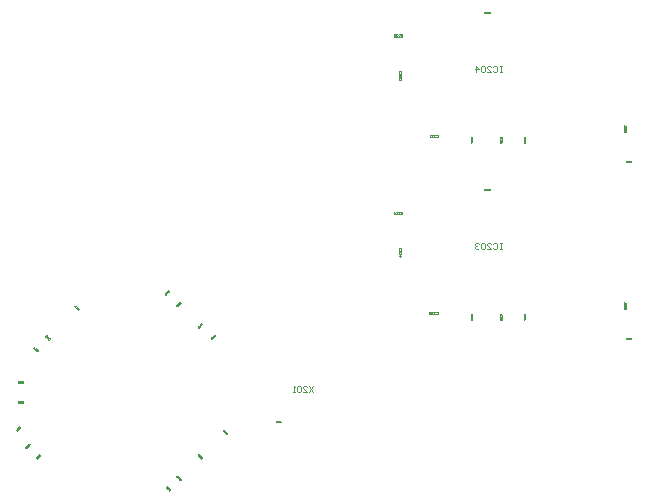
<source format=gbr>
%TF.GenerationSoftware,Altium Limited,Altium Designer,22.1.2 (22)*%
G04 Layer_Color=32896*
%FSLAX26Y26*%
%MOIN*%
%TF.SameCoordinates,4DF63D30-2817-4CE9-9CB3-8786E99D956B*%
%TF.FilePolarity,Positive*%
%TF.FileFunction,Other,Bottom_Value*%
%TF.Part,Single*%
G01*
G75*
%TA.AperFunction,NonConductor*%
%ADD97C,0.001000*%
D97*
X5216535Y2972434D02*
X5209976D01*
X5213256D01*
Y2952756D01*
X5216535D01*
X5209976D01*
X5187017Y2969155D02*
X5190297Y2972434D01*
X5196857D01*
X5200136Y2969155D01*
Y2956036D01*
X5196857Y2952756D01*
X5190297D01*
X5187017Y2956036D01*
X5167339Y2952756D02*
X5180458D01*
X5167339Y2965875D01*
Y2969155D01*
X5170619Y2972434D01*
X5177178D01*
X5180458Y2969155D01*
X5160779D02*
X5157499Y2972434D01*
X5150940D01*
X5147660Y2969155D01*
Y2956036D01*
X5150940Y2952756D01*
X5157499D01*
X5160779Y2956036D01*
Y2969155D01*
X5131261Y2952756D02*
Y2972434D01*
X5141101Y2962595D01*
X5127982D01*
X5624923Y2775590D02*
Y2772258D01*
Y2773924D01*
X5629921D01*
Y2770592D02*
X5624923D01*
Y2768093D01*
X5625756Y2767260D01*
X5627422D01*
X5628255Y2768093D01*
Y2770592D01*
Y2768926D02*
X5629921Y2767260D01*
Y2762261D02*
Y2765594D01*
X5626589Y2762261D01*
X5625756D01*
X5624923Y2763095D01*
Y2764761D01*
X5625756Y2765594D01*
Y2760595D02*
X5624923Y2759762D01*
Y2758096D01*
X5625756Y2757263D01*
X5629088D01*
X5629921Y2758096D01*
Y2759762D01*
X5629088Y2760595D01*
X5625756D01*
Y2755597D02*
X5624923Y2754764D01*
Y2753098D01*
X5625756Y2752265D01*
X5626589D01*
X5627422Y2753098D01*
Y2753931D01*
Y2753098D01*
X5628255Y2752265D01*
X5629088D01*
X5629921Y2753098D01*
Y2754764D01*
X5629088Y2755597D01*
X4998689Y2742780D02*
X5000001Y2744092D01*
X5002625D01*
X5003937Y2742780D01*
Y2737532D01*
X5002625Y2736220D01*
X5000001D01*
X4998689Y2737532D01*
X4990818Y2736220D02*
X4996065D01*
X4990818Y2741468D01*
Y2742780D01*
X4992130Y2744092D01*
X4994754D01*
X4996065Y2742780D01*
X4988194D02*
X4986882Y2744092D01*
X4984258D01*
X4982946Y2742780D01*
Y2741468D01*
X4984258Y2740156D01*
X4985570D01*
X4984258D01*
X4982946Y2738844D01*
Y2737532D01*
X4984258Y2736220D01*
X4986882D01*
X4988194Y2737532D01*
X4980323Y2736220D02*
X4977699D01*
X4979011D01*
Y2744092D01*
X4980323Y2742780D01*
X4586614Y1905505D02*
X4573495Y1885827D01*
Y1905505D02*
X4586614Y1885827D01*
X4553816D02*
X4566936D01*
X4553816Y1898946D01*
Y1902226D01*
X4557096Y1905505D01*
X4563656D01*
X4566936Y1902226D01*
X4547257D02*
X4543977Y1905505D01*
X4537418D01*
X4534138Y1902226D01*
Y1889107D01*
X4537418Y1885827D01*
X4543977D01*
X4547257Y1889107D01*
Y1902226D01*
X4527578Y1885827D02*
X4521019D01*
X4524299D01*
Y1905505D01*
X4527578Y1902226D01*
X3607043Y1770414D02*
Y1771592D01*
X3608221Y1772770D01*
X3609399D01*
X3611756Y1770414D01*
Y1769236D01*
X3610577Y1768058D01*
X3609399D01*
X3606454Y1763934D02*
X3608810Y1766291D01*
X3604098D01*
X3603509Y1766880D01*
Y1768058D01*
X3604687Y1769236D01*
X3605865D01*
X3602331Y1765701D02*
X3601152D01*
X3599974Y1764523D01*
Y1763345D01*
X3602330Y1760989D01*
X3603509D01*
X3604687Y1762167D01*
Y1763345D01*
X3602331Y1765701D01*
X3599974Y1757455D02*
X3596440Y1760989D01*
X3599974D01*
X3597618Y1758633D01*
X4135098Y1603106D02*
X4133920D01*
X4132742Y1604284D01*
Y1605462D01*
X4135098Y1607819D01*
X4136276D01*
X4137454Y1606640D01*
Y1605462D01*
X4141578Y1602517D02*
X4139221Y1604873D01*
Y1600161D01*
X4138632Y1599572D01*
X4137454D01*
X4136276Y1600750D01*
Y1601928D01*
X4139810Y1598393D02*
Y1597215D01*
X4140989Y1596037D01*
X4142167D01*
X4144523Y1598393D01*
Y1599572D01*
X4143345Y1600750D01*
X4142167D01*
X4139810Y1598393D01*
X4145112Y1591914D02*
X4142756Y1594270D01*
X4144523Y1596037D01*
X4145112Y1594270D01*
X4145701Y1593681D01*
X4146879D01*
X4148057Y1594859D01*
Y1596037D01*
X4146879Y1597215D01*
X4145701D01*
X4288641Y1756649D02*
X4287463D01*
X4286285Y1757827D01*
Y1759006D01*
X4288641Y1761362D01*
X4289819D01*
X4290997Y1760184D01*
Y1759005D01*
X4295121Y1756060D02*
X4292765Y1758417D01*
Y1753704D01*
X4292176Y1753115D01*
X4290997D01*
X4289819Y1754293D01*
Y1755471D01*
X4293354Y1751937D02*
Y1750759D01*
X4294532Y1749581D01*
X4295710D01*
X4298066Y1751937D01*
Y1753115D01*
X4296888Y1754293D01*
X4295710D01*
X4293354Y1751937D01*
X4298655Y1745457D02*
X4298066Y1747224D01*
Y1749581D01*
X4299244Y1750759D01*
X4300422D01*
X4301601Y1749581D01*
Y1748402D01*
X4301012Y1747813D01*
X4299833D01*
X4298066Y1749581D01*
X4251225Y2064232D02*
Y2063054D01*
X4250047Y2061876D01*
X4248868D01*
X4246512Y2064232D01*
Y2065410D01*
X4247690Y2066588D01*
X4248868D01*
X4251814Y2070711D02*
X4249458Y2068355D01*
X4254170D01*
X4254759Y2067766D01*
Y2066588D01*
X4253581Y2065410D01*
X4252403D01*
X4255937Y2068944D02*
X4257115D01*
X4258293Y2070122D01*
Y2071301D01*
X4255937Y2073657D01*
X4254759D01*
X4253581Y2072479D01*
Y2071300D01*
X4255937Y2068944D01*
X4259472Y2072479D02*
X4260650D01*
X4261828Y2073657D01*
Y2074835D01*
X4261239Y2075424D01*
X4260061D01*
Y2076602D01*
X4259472Y2077191D01*
X4258293D01*
X4257115Y2076013D01*
Y2074835D01*
X4257704Y2074246D01*
X4258883D01*
Y2073068D01*
X4259472Y2072479D01*
X4258883Y2074246D02*
X4260061Y2075424D01*
X4207918Y2103602D02*
Y2102424D01*
X4206739Y2101245D01*
X4205561D01*
X4203205Y2103602D01*
Y2104780D01*
X4204383Y2105958D01*
X4205561D01*
X4208507Y2110081D02*
X4206150Y2107725D01*
X4210863D01*
X4211452Y2107136D01*
Y2105958D01*
X4210274Y2104780D01*
X4209096D01*
X4212630Y2108314D02*
X4213808D01*
X4214986Y2109492D01*
Y2110671D01*
X4212630Y2113027D01*
X4211452D01*
X4210274Y2111849D01*
Y2110671D01*
X4212630Y2108314D01*
X4213808Y2114205D02*
Y2115383D01*
X4214986Y2116561D01*
X4216165D01*
X4218521Y2114205D01*
Y2113027D01*
X4217343Y2111849D01*
X4216164D01*
X4215575Y2112438D01*
Y2113616D01*
X4217343Y2115383D01*
X4137051Y2174468D02*
Y2173290D01*
X4135873Y2172112D01*
X4134695D01*
X4132339Y2174468D01*
Y2175646D01*
X4133517Y2176824D01*
X4134695D01*
X4137641Y2180948D02*
X4135284Y2178591D01*
X4139997D01*
X4140586Y2178002D01*
Y2176824D01*
X4139408Y2175646D01*
X4138230D01*
X4138819Y2182126D02*
X4139997Y2183304D01*
X4139408Y2182715D01*
X4142942Y2179180D01*
X4141764D01*
X4144709Y2182126D02*
X4145887D01*
X4147066Y2183304D01*
Y2184482D01*
X4144709Y2186838D01*
X4143531D01*
X4142353Y2185660D01*
Y2184482D01*
X4144709Y2182126D01*
X4097681Y2213838D02*
Y2212660D01*
X4096503Y2211482D01*
X4095325D01*
X4092969Y2213838D01*
Y2215016D01*
X4094147Y2216194D01*
X4095325D01*
X4098270Y2220318D02*
X4095914Y2217961D01*
X4100627D01*
X4101216Y2217372D01*
Y2216194D01*
X4100038Y2215016D01*
X4098859D01*
X4099449Y2221496D02*
X4100627Y2222674D01*
X4100038Y2222085D01*
X4103572Y2218551D01*
X4102394D01*
Y2224441D02*
X4103572Y2225619D01*
X4102983Y2225030D01*
X4106517Y2221496D01*
X4105339D01*
X3805847Y2164610D02*
X3807025D01*
X3808203Y2163432D01*
Y2162254D01*
X3805847Y2159898D01*
X3804669D01*
X3803491Y2161076D01*
Y2162254D01*
X3799367Y2165200D02*
X3801724Y2162843D01*
Y2167556D01*
X3802313Y2168145D01*
X3803491D01*
X3804669Y2166967D01*
Y2165789D01*
X3798189Y2166378D02*
X3797011Y2167556D01*
X3797600Y2166967D01*
X3801135Y2170501D01*
Y2169323D01*
X3792888Y2171679D02*
X3795244Y2169323D01*
Y2174036D01*
X3795833Y2174625D01*
X3797011D01*
X3798189Y2173447D01*
Y2172268D01*
X3707422Y2066185D02*
X3708600D01*
X3709778Y2065007D01*
Y2063829D01*
X3707422Y2061473D01*
X3706244D01*
X3705066Y2062651D01*
Y2063829D01*
X3700942Y2066774D02*
X3703298Y2064418D01*
Y2069131D01*
X3703887Y2069720D01*
X3705066D01*
X3706244Y2068542D01*
Y2067363D01*
X3699764Y2067952D02*
X3698586Y2069131D01*
X3699175Y2068542D01*
X3702709Y2072076D01*
Y2070898D01*
X3699764Y2073843D02*
Y2075021D01*
X3698586Y2076199D01*
X3697408D01*
X3696819Y2075610D01*
Y2074432D01*
X3697408Y2073843D01*
X3696819Y2074432D01*
X3695640D01*
X3695052Y2073843D01*
Y2072665D01*
X3696230Y2071487D01*
X3697408D01*
X3668052Y2026815D02*
X3669230D01*
X3670408Y2025637D01*
Y2024459D01*
X3668052Y2022103D01*
X3666874D01*
X3665695Y2023281D01*
Y2024459D01*
X3661572Y2027404D02*
X3663928Y2025048D01*
Y2029761D01*
X3664517Y2030350D01*
X3665695D01*
X3666874Y2029172D01*
Y2027993D01*
X3660394Y2028582D02*
X3659216Y2029761D01*
X3659805Y2029172D01*
X3663339Y2032706D01*
Y2031528D01*
X3655681Y2033295D02*
X3659216Y2036829D01*
Y2033295D01*
X3656860Y2035651D01*
X4205964Y1673972D02*
X4204786D01*
X4203608Y1675150D01*
Y1676328D01*
X4205964Y1678685D01*
X4207142D01*
X4208320Y1677506D01*
Y1676328D01*
X4212444Y1673383D02*
X4210087Y1675739D01*
Y1671027D01*
X4209498Y1670438D01*
X4208320D01*
X4207142Y1671616D01*
Y1672794D01*
X4213622Y1672205D02*
X4214800Y1671027D01*
X4214211Y1671616D01*
X4210676Y1668081D01*
Y1669260D01*
X4215389Y1663369D02*
X4213033Y1665725D01*
X4214800Y1667492D01*
X4215389Y1665725D01*
X4215978Y1665136D01*
X4217156D01*
X4218334Y1666314D01*
Y1667492D01*
X4217156Y1668670D01*
X4215978D01*
X4099665Y1567673D02*
X4098487D01*
X4097309Y1568851D01*
Y1570029D01*
X4099665Y1572385D01*
X4100843D01*
X4102021Y1571207D01*
Y1570029D01*
X4106145Y1567084D02*
X4103788Y1569440D01*
Y1564727D01*
X4103199Y1564139D01*
X4102021D01*
X4100843Y1565317D01*
Y1566495D01*
X4107323Y1565906D02*
X4108501Y1564728D01*
X4107912Y1565317D01*
X4104377Y1561782D01*
Y1562960D01*
X4109090Y1557070D02*
X4108501Y1558837D01*
Y1561193D01*
X4109679Y1562371D01*
X4110857D01*
X4112035Y1561193D01*
Y1560015D01*
X4111446Y1559426D01*
X4110268D01*
X4108501Y1561193D01*
X4467899Y1787173D02*
X4467066Y1786340D01*
X4465400D01*
X4464567Y1787173D01*
Y1790505D01*
X4465400Y1791339D01*
X4467066D01*
X4467899Y1790505D01*
X4472898Y1791339D02*
X4469565D01*
X4472898Y1788006D01*
Y1787173D01*
X4472065Y1786340D01*
X4470399D01*
X4469565Y1787173D01*
X4474564Y1791339D02*
X4476230D01*
X4475397D01*
Y1786340D01*
X4474564Y1787173D01*
X4478729Y1786340D02*
X4482061D01*
Y1787173D01*
X4478729Y1790505D01*
Y1791339D01*
X4875330Y2360894D02*
X4874018Y2362206D01*
Y2364830D01*
X4875330Y2366142D01*
X4880578D01*
X4881890Y2364830D01*
Y2362206D01*
X4880578Y2360894D01*
X4881890Y2353023D02*
Y2358270D01*
X4876642Y2353023D01*
X4875330D01*
X4874018Y2354334D01*
Y2356958D01*
X4875330Y2358270D01*
X4881890Y2345151D02*
Y2350399D01*
X4876642Y2345151D01*
X4875330D01*
X4874018Y2346463D01*
Y2349087D01*
X4875330Y2350399D01*
X4881890Y2338591D02*
X4874018D01*
X4877954Y2342527D01*
Y2337280D01*
X4998689Y2152229D02*
X5000001Y2153541D01*
X5002625D01*
X5003937Y2152229D01*
Y2146981D01*
X5002625Y2145669D01*
X5000001D01*
X4998689Y2146981D01*
X4990818Y2145669D02*
X4996065D01*
X4990818Y2150917D01*
Y2152229D01*
X4992130Y2153541D01*
X4994754D01*
X4996065Y2152229D01*
X4982946Y2145669D02*
X4988194D01*
X4982946Y2150917D01*
Y2152229D01*
X4984258Y2153541D01*
X4986882D01*
X4988194Y2152229D01*
X4975075Y2153541D02*
X4980323D01*
Y2149605D01*
X4977699Y2150917D01*
X4976387D01*
X4975075Y2149605D01*
Y2146981D01*
X4976387Y2145669D01*
X4979011D01*
X4980323Y2146981D01*
X4880579Y2486874D02*
X4881891Y2488186D01*
X4884515D01*
X4885827Y2486874D01*
Y2481627D01*
X4884515Y2480315D01*
X4881891D01*
X4880579Y2481627D01*
X4872708Y2480315D02*
X4877955D01*
X4872708Y2485562D01*
Y2486874D01*
X4874020Y2488186D01*
X4876643D01*
X4877955Y2486874D01*
X4864836Y2480315D02*
X4870084D01*
X4864836Y2485562D01*
Y2486874D01*
X4866148Y2488186D01*
X4868772D01*
X4870084Y2486874D01*
X4856965Y2488186D02*
X4859588Y2486874D01*
X4862212Y2484251D01*
Y2481627D01*
X4860900Y2480315D01*
X4858277D01*
X4856965Y2481627D01*
Y2482939D01*
X4858277Y2484251D01*
X4862212D01*
X5291110Y2142337D02*
X5290277Y2143170D01*
Y2144836D01*
X5291110Y2145669D01*
X5294443D01*
X5295276Y2144836D01*
Y2143170D01*
X5294443Y2142337D01*
X5295276Y2137338D02*
Y2140671D01*
X5291943Y2137338D01*
X5291110D01*
X5290277Y2138172D01*
Y2139838D01*
X5291110Y2140671D01*
X5295276Y2132340D02*
Y2135672D01*
X5291943Y2132340D01*
X5291110D01*
X5290277Y2133173D01*
Y2134839D01*
X5291110Y2135672D01*
X5290277Y2130674D02*
Y2127342D01*
X5291110D01*
X5294443Y2130674D01*
X5295276D01*
X5113945Y2142337D02*
X5113112Y2143170D01*
Y2144836D01*
X5113945Y2145669D01*
X5117277D01*
X5118110Y2144836D01*
Y2143170D01*
X5117277Y2142337D01*
X5118110Y2137338D02*
Y2140671D01*
X5114778Y2137338D01*
X5113945D01*
X5113112Y2138172D01*
Y2139838D01*
X5113945Y2140671D01*
X5118110Y2132340D02*
Y2135672D01*
X5114778Y2132340D01*
X5113945D01*
X5113112Y2133173D01*
Y2134839D01*
X5113945Y2135672D01*
Y2130674D02*
X5113112Y2129841D01*
Y2128175D01*
X5113945Y2127342D01*
X5114778D01*
X5115611Y2128175D01*
X5116444Y2127342D01*
X5117277D01*
X5118110Y2128175D01*
Y2129841D01*
X5117277Y2130674D01*
X5116444D01*
X5115611Y2129841D01*
X5114778Y2130674D01*
X5113945D01*
X5115611Y2129841D02*
Y2128175D01*
X5212370Y2142337D02*
X5211537Y2143170D01*
Y2144836D01*
X5212370Y2145669D01*
X5215702D01*
X5216535Y2144836D01*
Y2143170D01*
X5215702Y2142337D01*
X5216535Y2137338D02*
Y2140671D01*
X5213203Y2137338D01*
X5212370D01*
X5211537Y2138172D01*
Y2139838D01*
X5212370Y2140671D01*
X5216535Y2132340D02*
Y2135672D01*
X5213203Y2132340D01*
X5212370D01*
X5211537Y2133173D01*
Y2134839D01*
X5212370Y2135672D01*
X5215702Y2130674D02*
X5216535Y2129841D01*
Y2128175D01*
X5215702Y2127342D01*
X5212370D01*
X5211537Y2128175D01*
Y2129841D01*
X5212370Y2130674D01*
X5213203D01*
X5214036Y2129841D01*
Y2127342D01*
X4875330Y2951445D02*
X4874018Y2952757D01*
Y2955381D01*
X4875330Y2956693D01*
X4880578D01*
X4881890Y2955381D01*
Y2952757D01*
X4880578Y2951445D01*
X4881890Y2943574D02*
Y2948821D01*
X4876642Y2943574D01*
X4875330D01*
X4874018Y2944886D01*
Y2947510D01*
X4875330Y2948821D01*
Y2940950D02*
X4874018Y2939638D01*
Y2937014D01*
X4875330Y2935702D01*
X4876642D01*
X4877954Y2937014D01*
Y2938326D01*
Y2937014D01*
X4879266Y2935702D01*
X4880578D01*
X4881890Y2937014D01*
Y2939638D01*
X4880578Y2940950D01*
X4875330Y2933078D02*
X4874018Y2931767D01*
Y2929143D01*
X4875330Y2927831D01*
X4880578D01*
X4881890Y2929143D01*
Y2931767D01*
X4880578Y2933078D01*
X4875330D01*
X4880579Y3077426D02*
X4881891Y3078738D01*
X4884515D01*
X4885827Y3077426D01*
Y3072178D01*
X4884515Y3070866D01*
X4881891D01*
X4880579Y3072178D01*
X4872708Y3070866D02*
X4877955D01*
X4872708Y3076114D01*
Y3077426D01*
X4874020Y3078738D01*
X4876643D01*
X4877955Y3077426D01*
X4870084D02*
X4868772Y3078738D01*
X4866148D01*
X4864836Y3077426D01*
Y3076114D01*
X4866148Y3074802D01*
X4867460D01*
X4866148D01*
X4864836Y3073490D01*
Y3072178D01*
X4866148Y3070866D01*
X4868772D01*
X4870084Y3072178D01*
X4856965Y3070866D02*
X4862212D01*
X4856965Y3076114D01*
Y3077426D01*
X4858277Y3078738D01*
X4860900D01*
X4862212Y3077426D01*
X5291110Y2732888D02*
X5290277Y2733721D01*
Y2735387D01*
X5291110Y2736220D01*
X5294443D01*
X5295276Y2735387D01*
Y2733721D01*
X5294443Y2732888D01*
X5295276Y2727890D02*
Y2731222D01*
X5291943Y2727890D01*
X5291110D01*
X5290277Y2728723D01*
Y2730389D01*
X5291110Y2731222D01*
Y2726224D02*
X5290277Y2725391D01*
Y2723724D01*
X5291110Y2722891D01*
X5291943D01*
X5292776Y2723724D01*
Y2724558D01*
Y2723724D01*
X5293609Y2722891D01*
X5294443D01*
X5295276Y2723724D01*
Y2725391D01*
X5294443Y2726224D01*
X5291110Y2721225D02*
X5290277Y2720392D01*
Y2718726D01*
X5291110Y2717893D01*
X5291943D01*
X5292776Y2718726D01*
Y2719559D01*
Y2718726D01*
X5293609Y2717893D01*
X5294443D01*
X5295276Y2718726D01*
Y2720392D01*
X5294443Y2721225D01*
X5113945Y2732888D02*
X5113112Y2733721D01*
Y2735387D01*
X5113945Y2736220D01*
X5117277D01*
X5118110Y2735387D01*
Y2733721D01*
X5117277Y2732888D01*
X5118110Y2727890D02*
Y2731222D01*
X5114778Y2727890D01*
X5113945D01*
X5113112Y2728723D01*
Y2730389D01*
X5113945Y2731222D01*
Y2726224D02*
X5113112Y2725391D01*
Y2723724D01*
X5113945Y2722891D01*
X5114778D01*
X5115611Y2723724D01*
Y2724558D01*
Y2723724D01*
X5116444Y2722891D01*
X5117277D01*
X5118110Y2723724D01*
Y2725391D01*
X5117277Y2726224D01*
X5118110Y2718726D02*
X5113112D01*
X5115611Y2721225D01*
Y2717893D01*
X5212370Y2732888D02*
X5211537Y2733721D01*
Y2735387D01*
X5212370Y2736220D01*
X5215702D01*
X5216535Y2735387D01*
Y2733721D01*
X5215702Y2732888D01*
X5216535Y2727890D02*
Y2731222D01*
X5213203Y2727890D01*
X5212370D01*
X5211537Y2728723D01*
Y2730389D01*
X5212370Y2731222D01*
Y2726224D02*
X5211537Y2725391D01*
Y2723724D01*
X5212370Y2722891D01*
X5213203D01*
X5214036Y2723724D01*
Y2724558D01*
Y2723724D01*
X5214869Y2722891D01*
X5215702D01*
X5216535Y2723724D01*
Y2725391D01*
X5215702Y2726224D01*
X5211537Y2717893D02*
Y2721225D01*
X5214036D01*
X5213203Y2719559D01*
Y2718726D01*
X5214036Y2717893D01*
X5215702D01*
X5216535Y2718726D01*
Y2720392D01*
X5215702Y2721225D01*
X5216535Y2381883D02*
X5209976D01*
X5213256D01*
Y2362205D01*
X5216535D01*
X5209976D01*
X5187017Y2378604D02*
X5190297Y2381883D01*
X5196857D01*
X5200136Y2378604D01*
Y2365485D01*
X5196857Y2362205D01*
X5190297D01*
X5187017Y2365485D01*
X5167339Y2362205D02*
X5180458D01*
X5167339Y2375324D01*
Y2378604D01*
X5170619Y2381883D01*
X5177178D01*
X5180458Y2378604D01*
X5160779D02*
X5157499Y2381883D01*
X5150940D01*
X5147660Y2378604D01*
Y2365485D01*
X5150940Y2362205D01*
X5157499D01*
X5160779Y2365485D01*
Y2378604D01*
X5141101D02*
X5137821Y2381883D01*
X5131261D01*
X5127982Y2378604D01*
Y2375324D01*
X5131261Y2372044D01*
X5134541D01*
X5131261D01*
X5127982Y2368764D01*
Y2365485D01*
X5131261Y2362205D01*
X5137821D01*
X5141101Y2365485D01*
X5629921Y2066929D02*
Y2061931D01*
X5632421D01*
X5633254Y2062764D01*
Y2064430D01*
X5632421Y2065263D01*
X5629921D01*
X5631587D02*
X5633254Y2066929D01*
X5638252D02*
X5634920D01*
X5638252Y2063597D01*
Y2062764D01*
X5637419Y2061931D01*
X5635753D01*
X5634920Y2062764D01*
X5639918D02*
X5640751Y2061931D01*
X5642417D01*
X5643250Y2062764D01*
Y2066096D01*
X5642417Y2066929D01*
X5640751D01*
X5639918Y2066096D01*
Y2062764D01*
X5648249Y2066929D02*
X5644917D01*
X5648249Y2063597D01*
Y2062764D01*
X5647416Y2061931D01*
X5645750D01*
X5644917Y2062764D01*
X5629921Y2657480D02*
Y2652482D01*
X5632421D01*
X5633254Y2653315D01*
Y2654981D01*
X5632421Y2655814D01*
X5629921D01*
X5631587D02*
X5633254Y2657480D01*
X5638252D02*
X5634920D01*
X5638252Y2654148D01*
Y2653315D01*
X5637419Y2652482D01*
X5635753D01*
X5634920Y2653315D01*
X5639918D02*
X5640751Y2652482D01*
X5642417D01*
X5643250Y2653315D01*
Y2656647D01*
X5642417Y2657480D01*
X5640751D01*
X5639918Y2656647D01*
Y2653315D01*
X5644917D02*
X5645750Y2652482D01*
X5647416D01*
X5648249Y2653315D01*
Y2654148D01*
X5647416Y2654981D01*
X5646583D01*
X5647416D01*
X5648249Y2655814D01*
Y2656647D01*
X5647416Y2657480D01*
X5645750D01*
X5644917Y2656647D01*
X5624923Y2185039D02*
Y2181707D01*
Y2183373D01*
X5629921D01*
Y2180041D02*
X5624923D01*
Y2177542D01*
X5625756Y2176709D01*
X5627422D01*
X5628255Y2177542D01*
Y2180041D01*
Y2178375D02*
X5629921Y2176709D01*
Y2171710D02*
Y2175043D01*
X5626589Y2171710D01*
X5625756D01*
X5624923Y2172543D01*
Y2174209D01*
X5625756Y2175043D01*
Y2170044D02*
X5624923Y2169211D01*
Y2167545D01*
X5625756Y2166712D01*
X5629088D01*
X5629921Y2167545D01*
Y2169211D01*
X5629088Y2170044D01*
X5625756D01*
X5629921Y2161713D02*
Y2165046D01*
X5626589Y2161713D01*
X5625756D01*
X5624923Y2162546D01*
Y2164213D01*
X5625756Y2165046D01*
X5177165Y2559055D02*
Y2564053D01*
X5174666D01*
X5173833Y2563220D01*
Y2561554D01*
X5174666Y2560721D01*
X5177165D01*
X5175499D02*
X5173833Y2559055D01*
X5168835D02*
X5172167D01*
X5168835Y2562387D01*
Y2563220D01*
X5169668Y2564053D01*
X5171334D01*
X5172167Y2563220D01*
X5167168D02*
X5166335Y2564053D01*
X5164669D01*
X5163836Y2563220D01*
Y2559888D01*
X5164669Y2559055D01*
X5166335D01*
X5167168Y2559888D01*
Y2563220D01*
X5158838Y2564053D02*
X5162170D01*
Y2561554D01*
X5160504Y2562387D01*
X5159671D01*
X5158838Y2561554D01*
Y2559888D01*
X5159671Y2559055D01*
X5161337D01*
X5162170Y2559888D01*
X5177165Y3149606D02*
Y3154605D01*
X5174666D01*
X5173833Y3153772D01*
Y3152106D01*
X5174666Y3151272D01*
X5177165D01*
X5175499D02*
X5173833Y3149606D01*
X5168835D02*
X5172167D01*
X5168835Y3152939D01*
Y3153772D01*
X5169668Y3154605D01*
X5171334D01*
X5172167Y3153772D01*
X5167168D02*
X5166335Y3154605D01*
X5164669D01*
X5163836Y3153772D01*
Y3150439D01*
X5164669Y3149606D01*
X5166335D01*
X5167168Y3150439D01*
Y3153772D01*
X5158838Y3154605D02*
X5160504Y3153772D01*
X5162170Y3152106D01*
Y3150439D01*
X5161337Y3149606D01*
X5159671D01*
X5158838Y3150439D01*
Y3151272D01*
X5159671Y3152106D01*
X5162170D01*
X3622047Y1917323D02*
Y1922321D01*
X3619548D01*
X3618715Y1921488D01*
Y1919822D01*
X3619548Y1918989D01*
X3622047D01*
X3620381D02*
X3618715Y1917323D01*
X3613716D02*
X3617049D01*
X3613716Y1920655D01*
Y1921488D01*
X3614550Y1922321D01*
X3616216D01*
X3617049Y1921488D01*
X3612050D02*
X3611217Y1922321D01*
X3609551D01*
X3608718Y1921488D01*
Y1918156D01*
X3609551Y1917323D01*
X3611217D01*
X3612050Y1918156D01*
Y1921488D01*
X3607052D02*
X3606219Y1922321D01*
X3604553D01*
X3603720Y1921488D01*
Y1920655D01*
X3604553Y1919822D01*
X3603720Y1918989D01*
Y1918156D01*
X3604553Y1917323D01*
X3606219D01*
X3607052Y1918156D01*
Y1918989D01*
X3606219Y1919822D01*
X3607052Y1920655D01*
Y1921488D01*
X3606219Y1919822D02*
X3604553D01*
X3627813Y1702616D02*
X3631347Y1699082D01*
X3633115Y1700849D01*
Y1702027D01*
X3631936Y1703205D01*
X3630758D01*
X3628991Y1701438D01*
X3630169Y1702616D02*
X3630169Y1704972D01*
X3633704Y1708507D02*
X3631347Y1706150D01*
X3636060D01*
X3636649Y1705561D01*
Y1704383D01*
X3635471Y1703205D01*
X3634293D01*
X3637827Y1706739D02*
X3639005D01*
X3640183Y1707918D01*
Y1709096D01*
X3637827Y1711452D01*
X3636649D01*
X3635471Y1710274D01*
Y1709096D01*
X3637827Y1706739D01*
X3641950Y1709685D02*
X3644307Y1712041D01*
X3643718Y1712630D01*
X3639005Y1712630D01*
X3638416Y1713219D01*
X3663246Y1667183D02*
X3666780Y1663649D01*
X3668548Y1665416D01*
Y1666594D01*
X3667369Y1667772D01*
X3666191D01*
X3664424Y1666005D01*
X3665602Y1667183D02*
X3665602Y1669539D01*
X3669137Y1673074D02*
X3666780Y1670717D01*
X3671493D01*
X3672082Y1670128D01*
Y1668950D01*
X3670904Y1667772D01*
X3669726D01*
X3673260Y1671306D02*
X3674438D01*
X3675616Y1672485D01*
Y1673663D01*
X3673260Y1676019D01*
X3672082D01*
X3670904Y1674841D01*
Y1673663D01*
X3673260Y1671306D01*
X3673849Y1677786D02*
X3675027Y1678964D01*
X3674438Y1678375D01*
X3677973Y1674841D01*
X3676794D01*
X3622047Y1850394D02*
Y1855392D01*
X3619548D01*
X3618715Y1854559D01*
Y1852893D01*
X3619548Y1852060D01*
X3622047D01*
X3620381D02*
X3618715Y1850394D01*
X3613716D02*
X3617049D01*
X3613716Y1853726D01*
Y1854559D01*
X3614550Y1855392D01*
X3616216D01*
X3617049Y1854559D01*
X3612050D02*
X3611217Y1855392D01*
X3609551D01*
X3608718Y1854559D01*
Y1851227D01*
X3609551Y1850394D01*
X3611217D01*
X3612050Y1851227D01*
Y1854559D01*
X3604553Y1850394D02*
Y1855392D01*
X3607052Y1852893D01*
X3603720D01*
%TF.MD5,bcb6cc662cb4413a114f2c968dfc3d2b*%
M02*

</source>
